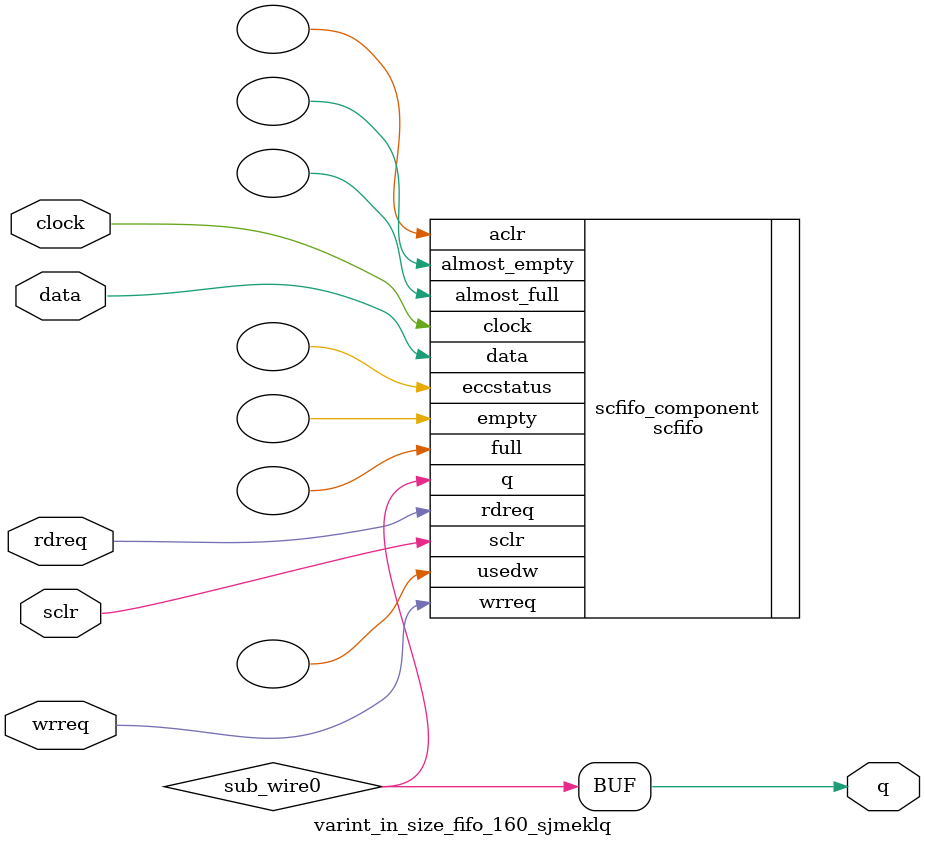
<source format=v>



`timescale 1 ps / 1 ps
// synopsys translate_on
module  varint_in_size_fifo_160_sjmeklq  (
    clock,
    data,
    rdreq,
    sclr,
    wrreq,
    q);

    input    clock;
    input  [0:0]  data;
    input    rdreq;
    input    sclr;
    input    wrreq;
    output [0:0]  q;

    wire [0:0] sub_wire0;
    wire [0:0] q = sub_wire0[0:0];

    scfifo  scfifo_component (
                .clock (clock),
                .data (data),
                .rdreq (rdreq),
                .sclr (sclr),
                .wrreq (wrreq),
                .q (sub_wire0),
                .aclr (),
                .almost_empty (),
                .almost_full (),
                .eccstatus (),
                .empty (),
                .full (),
                .usedw ());
    defparam
        scfifo_component.add_ram_output_register  = "ON",
        scfifo_component.enable_ecc  = "FALSE",
        scfifo_component.intended_device_family  = "Arria 10",
        scfifo_component.lpm_numwords  = 1024,
        scfifo_component.lpm_showahead  = "OFF",
        scfifo_component.lpm_type  = "scfifo",
        scfifo_component.lpm_width  = 1,
        scfifo_component.lpm_widthu  = 10,
        scfifo_component.overflow_checking  = "ON",
        scfifo_component.underflow_checking  = "ON",
        scfifo_component.use_eab  = "ON";


endmodule



</source>
